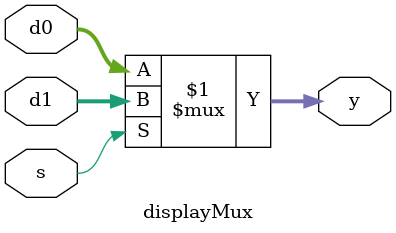
<source format=sv>
module displayMux
	(input logic[11:0]d1,
	input  logic[11:0]d0,
	input  logic s,
	output logic[11:0]y);
	
	assign y[11:0] = (s) ? d1[11:0]: d0[11:0];
endmodule

</source>
